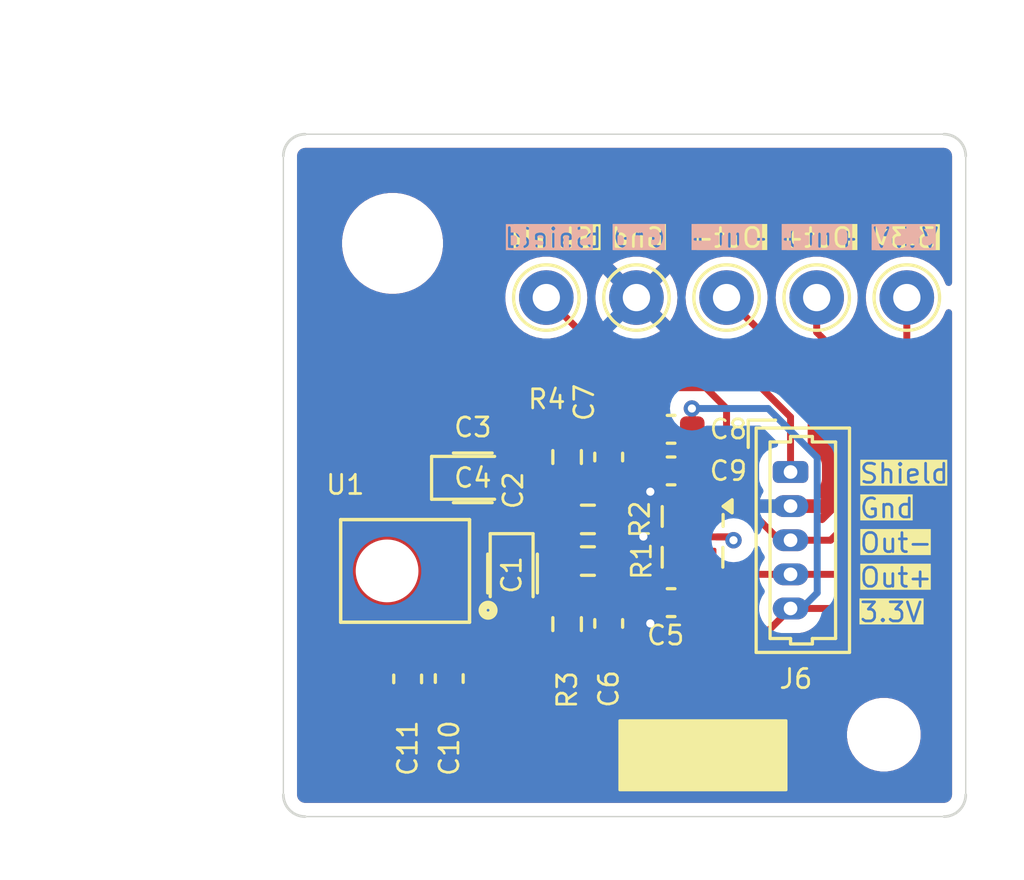
<source format=kicad_pcb>
(kicad_pcb (version 20240108) (generator "pcbnew") (generator_version "8.0")
  (layers (0 "F.Cu" signal) (31 "B.Cu" signal) (34 "B.Paste" user) (35 "F.Paste" user) (36 "B.SilkS" user "B.Silkscreen") (37 "F.SilkS" user "F.Silkscreen") (38 "B.Mask" user) (39 "F.Mask" user) (44 "Edge.Cuts" user))
  (net 0 "")
  (net 1 "Net-(U1-OUTPUT+)")
  (net 2 "Net-(U1-OUTPUT-)")
  (net 3 "Net-(C1-Pad2)")
  (net 4 "Net-(U2A-VIn-)")
  (net 5 "Net-(C3-Pad2)")
  (net 6 "Net-(U2A-Vin+)")
  (net 7 "GND")
  (net 8 "/V_{OCM}")
  (net 9 "Net-(J2-Pin_1)")
  (net 10 "Net-(J3-Pin_1)")
  (net 11 "+3.3VA")
  (net 12 "/Shield")
  (footprint "Resistor_SMD:R_0603_1608Metric" (layer "F.Cu") (at 138.43 95.7834 -90)
    (property "Reference" "R3" (at 2.413 0 90) (layer "F.SilkS") (effects (font (size 0.7 0.7) (thickness 0.1))))
    (property "Value" "1.6k")
    (fp_line (start -0.237258 0.5225) (end 0.237258 0.5225) (stroke (width 0.12)) (layer "F.SilkS"))
    (fp_line (start -0.237258 -0.5225) (end 0.237258 -0.5225) (stroke (width 0.12)) (layer "F.SilkS"))
    (pad "1" smd roundrect (at -0.825 0 270) (size 0.8 0.95) (layers "F.Cu" "F.Paste" "F.Mask") (net 4 "Net-(U2A-VIn-)"))
    (pad "2" smd roundrect (at 0.825 0 270) (size 0.8 0.95) (layers "F.Cu" "F.Paste" "F.Mask") (net 9 "Net-(J2-Pin_1)"))
  )
  (footprint "Resistor_SMD:R_0603_1608Metric" (layer "F.Cu") (at 139.192 91.948)
    (property "Reference" "R2" (at 1.905 0 90) (layer "F.SilkS") (effects (font (size 0.7 0.7) (thickness 0.1))))
    (property "Value" "550R")
    (fp_line (start -0.237258 -0.5225) (end 0.237258 -0.5225) (stroke (width 0.12)) (layer "F.SilkS"))
    (fp_line (start -0.237258 0.5225) (end 0.237258 0.5225) (stroke (width 0.12)) (layer "F.SilkS"))
    (pad "1" smd roundrect (at -0.825 0) (size 0.8 0.95) (layers "F.Cu" "F.Paste" "F.Mask") (net 5 "Net-(C3-Pad2)"))
    (pad "2" smd roundrect (at 0.825 0) (size 0.8 0.95) (layers "F.Cu" "F.Paste" "F.Mask") (net 6 "Net-(U2A-Vin+)"))
  )
  (footprint "Capacitor_SMD:C_0603_1608Metric" (layer "F.Cu") (at 139.954 89.662 90)
    (property "Reference" "C7" (at 2 -0.9 -90) (layer "F.SilkS") (effects (font (size 0.7 0.7) (thickness 0.1))))
    (property "Value" "470pF")
    (fp_line (start -0.140581 -0.51) (end 0.140581 -0.51) (stroke (width 0.12)) (layer "F.SilkS"))
    (fp_line (start -0.140581 0.51) (end 0.140581 0.51) (stroke (width 0.12)) (layer "F.SilkS"))
    (pad "1" smd roundrect (at -0.775 0 90) (size 0.9 0.95) (layers "F.Cu" "F.Paste" "F.Mask") (net 6 "Net-(U2A-Vin+)"))
    (pad "2" smd roundrect (at 0.775 0 90) (size 0.9 0.95) (layers "F.Cu" "F.Paste" "F.Mask") (net 10 "Net-(J3-Pin_1)"))
  )
  (footprint "Capacitor_SMD:C_0603_1608Metric" (layer "F.Cu") (at 139.954 95.758 -90)
    (property "Reference" "C6" (at 2.4 0 90) (layer "F.SilkS") (effects (font (size 0.7 0.7) (thickness 0.1))))
    (property "Value" "470pF")
    (fp_line (start -0.140581 0.51) (end 0.140581 0.51) (stroke (width 0.12)) (layer "F.SilkS"))
    (fp_line (start -0.140581 -0.51) (end 0.140581 -0.51) (stroke (width 0.12)) (layer "F.SilkS"))
    (pad "1" smd roundrect (at -0.775 0 270) (size 0.9 0.95) (layers "F.Cu" "F.Paste" "F.Mask") (net 4 "Net-(U2A-VIn-)"))
    (pad "2" smd roundrect (at 0.775 0 270) (size 0.9 0.95) (layers "F.Cu" "F.Paste" "F.Mask") (net 9 "Net-(J2-Pin_1)"))
  )
  (footprint "Capacitor_SMD:C_0603_1608Metric" (layer "F.Cu") (at 142.24 88.646 180)
    (property "Reference" "C8" (at -2.1 0 180) (layer "F.SilkS") (effects (font (size 0.7 0.7) (thickness 0.1))))
    (property "Value" "1uF")
    (fp_line (start -0.140581 0.51) (end 0.140581 0.51) (stroke (width 0.12)) (layer "F.SilkS"))
    (fp_line (start -0.140581 -0.51) (end 0.140581 -0.51) (stroke (width 0.12)) (layer "F.SilkS"))
    (pad "1" smd roundrect (at -0.775 0 180) (size 0.9 0.95) (layers "F.Cu" "F.Paste" "F.Mask") (net 11 "+3.3VA"))
    (pad "2" smd roundrect (at 0.775 0 180) (size 0.9 0.95) (layers "F.Cu" "F.Paste" "F.Mask") (net 7 "GND"))
  )
  (footprint "Connector_Molex:Molex_PicoBlade_53047-0510_1x05_P1.25mm_Vertical" (layer "F.Cu") (at 146.616 90.21 -90)
    (property "Reference" "J6" (at 7.579999 -0.196 180) (layer "F.SilkS") (effects (font (size 0.7 0.7) (thickness 0.1))))
    (property "Value" "Conn_01x04")
    (fp_line (start -1.899999 1.55) (end -0.900001 1.55) (stroke (width 0.12)) (layer "F.SilkS"))
    (fp_line (start -1.899999 1.55) (end -1.9 0.55) (stroke (width 0.12)) (layer "F.SilkS"))
    (fp_line (start -1.609999 1.26) (end 6.61 1.26) (stroke (width 0.12)) (layer "F.SilkS"))
    (fp_line (start 6.61 1.26) (end 6.61 -2.16) (stroke (width 0.12)) (layer "F.SilkS"))
    (fp_line (start -1.1 0.750001) (end -1.099999 0) (stroke (width 0.12)) (layer "F.SilkS"))
    (fp_line (start 2.5 0.75) (end -1.1 0.750001) (stroke (width 0.12)) (layer "F.SilkS"))
    (fp_line (start 2.5 0.75) (end 6.099999 0.75) (stroke (width 0.12)) (layer "F.SilkS"))
    (fp_line (start 6.099999 0.75) (end 6.099999 0) (stroke (width 0.12)) (layer "F.SilkS"))
    (fp_line (start -1.3 0) (end -1.3 -0.8) (stroke (width 0.12)) (layer "F.SilkS"))
    (fp_line (start -1.099999 0) (end -1.3 0) (stroke (width 0.12)) (layer "F.SilkS"))
    (fp_line (start 6.099999 0) (end 6.3 0) (stroke (width 0.12)) (layer "F.SilkS"))
    (fp_line (start 6.3 0) (end 6.3 -0.8) (stroke (width 0.12)) (layer "F.SilkS"))
    (fp_line (start -1.3 -0.8) (end -1.1 -0.8) (stroke (width 0.12)) (layer "F.SilkS"))
    (fp_line (start -1.1 -0.8) (end -1.1 -1.65) (stroke (width 0.12)) (layer "F.SilkS"))
    (fp_line (start 6.1 -0.8) (end 6.1 -1.65) (stroke (width 0.12)) (layer "F.SilkS"))
    (fp_line (start 6.3 -0.8) (end 6.1 -0.8) (stroke (width 0.12)) (layer "F.SilkS"))
    (fp_line (start -1.1 -1.65) (end 2.5 -1.65) (stroke (width 0.12)) (layer "F.SilkS"))
    (fp_line (start 6.1 -1.65) (end 2.5 -1.65) (stroke (width 0.12)) (layer "F.SilkS"))
    (fp_line (start -1.61 -2.16) (end -1.609999 1.26) (stroke (width 0.12)) (layer "F.SilkS"))
    (fp_line (start 6.61 -2.16) (end -1.61 -2.16) (stroke (width 0.12)) (layer "F.SilkS"))
    (pad "1" thru_hole roundrect (at 0 0 270) (size 0.8 1.3) (drill 0.5) (layers "*.Cu" "*.Mask") (net 12 "/Shield"))
    (pad "2" thru_hole oval (at 1.249999 0 270) (size 0.8 1.3) (drill 0.5) (layers "*.Cu" "*.Mask") (net 7 "GND"))
    (pad "3" thru_hole oval (at 2.5 0 270) (size 0.8 1.3) (drill 0.5) (layers "*.Cu" "*.Mask") (net 10 "Net-(J3-Pin_1)"))
    (pad "4" thru_hole oval (at 3.749999 0 270) (size 0.8 1.3) (drill 0.5) (layers "*.Cu" "*.Mask") (net 9 "Net-(J2-Pin_1)"))
    (pad "5" thru_hole oval (at 5 0 270) (size 0.8 1.3) (drill 0.5) (layers "*.Cu" "*.Mask") (net 11 "+3.3VA"))
  )
  (footprint "Capacitor_SMD:C_0603_1608Metric" (layer "F.Cu") (at 134.112 97.777 -90)
    (property "Reference" "C10" (at 2.553 0 90) (layer "F.SilkS") (effects (font (size 0.7 0.7) (thickness 0.1))))
    (property "Value" "0.1uF")
    (fp_line (start -0.140581 0.51) (end 0.140581 0.51) (stroke (width 0.12)) (layer "F.SilkS"))
    (fp_line (start -0.140581 -0.51) (end 0.140581 -0.51) (stroke (width 0.12)) (layer "F.SilkS"))
    (pad "1" smd roundrect (at -0.775 0 270) (size 0.9 0.95) (layers "F.Cu" "F.Paste" "F.Mask") (net 11 "+3.3VA"))
    (pad "2" smd roundrect (at 0.775 0 270) (size 0.9 0.95) (layers "F.Cu" "F.Paste" "F.Mask") (net 7 "GND"))
  )
  (footprint "TestPoint:TestPoint_THTPad_D2.0mm_Drill1.0mm" (layer "F.Cu") (at 150.876 83.82 90)
    (property "Reference" "J1" (hide yes))
    (property "Value" "Conn_01x01")
    (fp_circle (center 0 0) (end 0 1.2) (stroke (width 0.12)) (fill none) (layer "F.SilkS"))
    (pad "1" thru_hole circle (at 0 0 90) (size 2 2) (drill 1) (layers "*.Cu" "*.Mask") (net 11 "+3.3VA"))
  )
  (footprint "MountingHole:MountingHole_3.2mm_M3" (layer "F.Cu") (at 132.034314 81.834314)
    (property "Reference" "H1" (hide yes))
    (property "Value" "MountingHole")
    (pad "" np_thru_hole circle (at 0 0) (size 3.2 3.2) (drill 3.2) (layers "*.Cu" "*.Mask"))
  )
  (footprint "Capacitor_Tantalum_SMD:CP_EIA-1608-08_AVX-J" (layer "F.Cu") (at 136.398 93.98 -90)
    (property "Reference" "C1" (at 0 0 90) (layer "F.SilkS") (effects (font (size 0.7 0.7) (thickness 0.1))))
    (property "Value" "47uF")
    (fp_line (start -1.51 0.785) (end 0.8 0.785) (stroke (width 0.12)) (layer "F.SilkS"))
    (fp_line (start -1.51 -0.785) (end -1.51 0.785) (stroke (width 0.12)) (layer "F.SilkS"))
    (fp_line (start 0.8 -0.785) (end -1.51 -0.785) (stroke (width 0.12)) (layer "F.SilkS"))
    (pad "1" smd roundrect (at -0.712501 0 270) (size 1.075 1.05) (layers "F.Cu" "F.Paste" "F.Mask") (roundrect_rratio 0.238095) (net 1 "Net-(U1-OUTPUT+)"))
    (pad "2" smd roundrect (at 0.712501 0 270) (size 1.075 1.05) (layers "F.Cu" "F.Paste" "F.Mask") (roundrect_rratio 0.238095) (net 3 "Net-(C1-Pad2)"))
  )
  (footprint "Resistor_SMD:R_0603_1608Metric" (layer "F.Cu") (at 139.192 93.472)
    (property "Reference" "R1" (at 1.969 0 -90) (layer "F.SilkS") (effects (font (size 0.7 0.7) (thickness 0.1))))
    (property "Value" "550R")
    (fp_line (start -0.237258 -0.5225) (end 0.237258 -0.5225) (stroke (width 0.12)) (layer "F.SilkS"))
    (fp_line (start -0.237258 0.5225) (end 0.237258 0.5225) (stroke (width 0.12)) (layer "F.SilkS"))
    (pad "1" smd roundrect (at -0.825 0) (size 0.8 0.95) (layers "F.Cu" "F.Paste" "F.Mask") (net 3 "Net-(C1-Pad2)"))
    (pad "2" smd roundrect (at 0.825 0) (size 0.8 0.95) (layers "F.Cu" "F.Paste" "F.Mask") (net 4 "Net-(U2A-VIn-)"))
  )
  (footprint "Capacitor_SMD:C_0603_1608Metric" (layer "F.Cu") (at 142.24 90.17 180)
    (property "Reference" "C9" (at -2.1 0 180) (layer "F.SilkS") (effects (font (size 0.7 0.7) (thickness 0.1))))
    (property "Value" "0.1uF")
    (fp_line (start -0.140581 0.51) (end 0.140581 0.51) (stroke (width 0.12)) (layer "F.SilkS"))
    (fp_line (start -0.140581 -0.51) (end 0.140581 -0.51) (stroke (width 0.12)) (layer "F.SilkS"))
    (pad "1" smd roundrect (at -0.775 0 180) (size 0.9 0.95) (layers "F.Cu" "F.Paste" "F.Mask") (net 11 "+3.3VA"))
    (pad "2" smd roundrect (at 0.775 0 180) (size 0.9 0.95) (layers "F.Cu" "F.Paste" "F.Mask") (net 7 "GND"))
  )
  (footprint "TestPoint:TestPoint_THTPad_D2.0mm_Drill1.0mm" (layer "F.Cu") (at 144.272 83.82 90)
    (property "Reference" "J3" (hide yes))
    (property "Value" "Conn_01x01")
    (fp_circle (center 0 0) (end 0 1.2) (stroke (width 0.12)) (fill none) (layer "F.SilkS"))
    (pad "1" thru_hole circle (at 0 0 90) (size 2 2) (drill 1) (layers "*.Cu" "*.Mask") (net 10 "Net-(J3-Pin_1)"))
  )
  (footprint "Capacitor_SMD:C_1206_3216Metric" (layer "F.Cu") (at 134.974815 90.424)
    (property "Reference" "C3" (at 0 -1.85 0) (layer "F.SilkS") (effects (font (size 0.7 0.7) (thickness 0.1))))
    (property "Value" "0.1uF")
    (fp_line (start -0.711252 -0.91) (end 0.711252 -0.91) (stroke (width 0.12)) (layer "F.SilkS"))
    (fp_line (start -0.711252 0.91) (end 0.711252 0.91) (stroke (width 0.12)) (layer "F.SilkS"))
    (pad "1" smd roundrect (at -1.475 0) (size 1.15 1.8) (layers "F.Cu" "F.Paste" "F.Mask") (roundrect_rratio 0.217391) (net 2 "Net-(U1-OUTPUT-)"))
    (pad "2" smd roundrect (at 1.475 0) (size 1.15 1.8) (layers "F.Cu" "F.Paste" "F.Mask") (roundrect_rratio 0.217391) (net 5 "Net-(C3-Pad2)"))
  )
  (footprint "Capacitor_SMD:C_0603_1608Metric" (layer "F.Cu") (at 142.24 94.996 180)
    (property "Reference" "C5" (at 0.2 -1.2 0) (layer "F.SilkS") (effects (font (size 0.7 0.7) (thickness 0.1))))
    (property "Value" "0.1uF")
    (fp_line (start -0.140581 0.51) (end 0.140581 0.51) (stroke (width 0.12)) (layer "F.SilkS"))
    (fp_line (start -0.140581 -0.51) (end 0.140581 -0.51) (stroke (width 0.12)) (layer "F.SilkS"))
    (pad "1" smd roundrect (at -0.775 0 180) (size 0.9 0.95) (layers "F.Cu" "F.Paste" "F.Mask") (net 8 "/V_{OCM}"))
    (pad "2" smd roundrect (at 0.775 0 180) (size 0.9 0.95) (layers "F.Cu" "F.Paste" "F.Mask") (net 7 "GND"))
  )
  (footprint "MountingHole:MountingHole_2.2mm_M2" (layer "F.Cu") (at 150.034314 99.834314)
    (property "Reference" "H2" (hide yes))
    (property "Value" "MountingHole")
    (pad "" np_thru_hole circle (at 0 0) (size 2.2 2.2) (drill 2.2) (layers "*.Cu" "*.Mask"))
  )
  (footprint "mic-test-board:MIC_ICS-40730" (layer "F.Cu") (at 131.834314 93.834314 180)
    (property "Reference" "U1" (at 1.532314 3.156314 180) (layer "F.SilkS") (effects (font (size 0.7 0.7) (thickness 0.1))))
    (property "Value" "ICS-40730")
    (fp_line (start 1.7 1.88) (end -3.02 1.88) (stroke (width 0.127)) (layer "F.SilkS"))
    (fp_line (start 1.7 -1.88) (end 1.7 1.88) (stroke (width 0.127)) (layer "F.SilkS"))
    (fp_line (start -3.02 1.88) (end -3.02 -1.88) (stroke (width 0.127)) (layer "F.SilkS"))
    (fp_line (start -3.02 -1.88) (end 1.7 -1.88) (stroke (width 0.127)) (layer "F.SilkS"))
    (fp_circle (center -3.7 -1.44) (end -3.65 -1.44) (stroke (width 0.3)) (fill none) (layer "F.SilkS"))
    (pad "" np_thru_hole circle (at 0 0 270) (size 2 2) (drill 2) (layers "*.Cu" "*.Mask"))
    (pad "1" smd circle (at -2.34 -1.2 180) (size 0.9 0.9) (layers "F.Cu" "F.Paste" "F.Mask") (net 11 "+3.3VA"))
    (pad "2" smd circle (at -2.34 0 180) (size 0.9 0.9) (layers "F.Cu" "F.Paste" "F.Mask") (net 2 "Net-(U1-OUTPUT-)"))
    (pad "3" smd circle (at -2.34 1.2 180) (size 0.9 0.9) (layers "F.Cu" "F.Paste" "F.Mask") (net 1 "Net-(U1-OUTPUT+)"))
    (pad "4" smd custom (at 1.3 0) (size 0.3 0.3) (layers "F.Cu") (net 7 "GND") (options (clearance outline) (anchor rect)) (primitives (gr_poly (pts (xy 0.15 -0.0005) (xy 0.152 -0.06) (xy 0.156 -0.12) (xy 0.164 -0.18) (xy 0.175 -0.239) (xy 0.189 -0.298) (xy 0.206 -0.356) (xy 0.226 -0.412) (xy 0.249 -0.468) (xy 0.275 -0.522) (xy 0.304 -0.575) (xy 0.335 -0.626) (xy 0.37 -0.676) (xy 0.406 -0.724) (xy 0.445 -0.77) (xy 0.487 -0.813) (xy 0.53 -0.855) (xy 0.576 -0.894) (xy 0.624 -0.93) (xy 0.674 -0.965) (xy 0.725 -0.996) (xy 0.778 -1.025) (xy 0.832 -1.051) (xy 0.888 -1.074) (xy 0.944 -1.094) (xy 1.002 -1.111) (xy 1.061 -1.125) (xy 1.12 -1.136) (xy 1.18 -1.144) (xy 1.24 -1.148) (xy 1.3 -1.15) (xy 1.36 -1.148) (xy 1.42 -1.144) (xy 1.48 -1.136) (xy 1.539 -1.125) (xy 1.598 -1.111) (xy 1.655 -1.094) (xy 1.712 -1.074) (xy 1.768 -1.051) (xy 1.822 -1.025) (xy 1.875 -0.996) (xy 1.926 -0.964) (xy 1.976 -0.93) (xy 2.024 -0.894) (xy 2.07 -0.855) (xy 2.113 -0.813) (xy 2.155 -0.77) (xy 2.194 -0.724) (xy 2.23 -0.676) (xy 2.264 -0.626) (xy 2.296 -0.575) (xy 2.325 -0.522) (xy 2.351 -0.468) (xy 2.374 -0.412) (xy 2.394 -0.355) (xy 2.411 -0.298) (xy 2.425 -0.239) (xy 2.436 -0.18) (xy 2.444 -0.12) (xy 2.448 -0.06) (xy 2.45 0) (xy 2.448 0.06) (xy 2.444 0.12) (xy 2.436 0.18) (xy 2.425 0.239) (xy 2.411 0.298) (xy 2.394 0.355) (xy 2.374 0.412) (xy 2.351 0.468) (xy 2.325 0.522) (xy 2.296 0.575) (xy 2.264 0.626) (xy 2.23 0.676) (xy 2.194 0.724) (xy 2.155 0.77) (xy 2.113 0.813) (xy 2.07 0.855) (xy 2.024 0.894) (xy 1.976 0.93) (xy 1.926 0.964) (xy 1.875 0.996) (xy 1.822 1.025) (xy 1.768 1.051) (xy 1.712 1.074) (xy 1.655 1.094) (xy 1.598 1.111) (xy 1.539 1.125) (xy 1.48 1.136) (xy 1.42 1.144) (xy 1.36 1.148) (xy 1.3 1.15) (xy 1.244 1.148) (xy 1.184 1.144) (xy 1.124 1.136) (xy 1.065 1.125) (xy 1.006 1.111) (xy 0.948 1.093) (xy 0.891 1.073) (xy 0.835 1.05) (xy 0.781 1.024) (xy 0.727 0.995) (xy 0.676 0.964) (xy 0.626 0.929) (xy 0.578 0.893) (xy 0.532 0.853) (xy 0.488 0.812) (xy 0.447 0.768) (xy 0.407 0.722) (xy 0.371 0.674) (xy 0.336 0.624) (xy 0.305 0.573) (xy 0.276 0.519) (xy 0.25 0.465) (xy 0.227 0.409) (xy 0.207 0.352) (xy 0.189 0.294) (xy 0.175 0.235) (xy 0.164 0.176) (xy 0.156 0.116) (xy 0.152 0.056) (xy 0.15 0.001) (xy -0.15 0.001) (xy -0.148 0.081) (xy -0.142 0.156) (xy -0.132 0.231) (xy -0.118 0.306) (xy -0.101 0.379) (xy -0.079 0.452) (xy -0.054 0.523) (xy -0.025 0.593) (xy 0.007 0.661) (xy 0.044 0.728) (xy 0.083 0.792) (xy 0.126 0.854) (xy 0.172 0.914) (xy 0.221 0.972) (xy 0.273 1.027) (xy 0.328 1.079) (xy 0.386 1.128) (xy 0.446 1.174) (xy 0.508 1.217) (xy 0.572 1.256) (xy 0.639 1.293) (xy 0.707 1.325) (xy 0.777 1.354) (xy 0.848 1.379) (xy 0.921 1.401) (xy 0.994 1.418) (xy 1.069 1.432) (xy 1.144 1.442) (xy 1.219 1.448) (xy 1.29 1.45) (xy 1.3 1.45) (xy 1.376 1.448) (xy 1.452 1.442) (xy 1.527 1.432) (xy 1.601 1.418) (xy 1.675 1.401) (xy 1.748 1.379) (xy 1.82 1.354) (xy 1.89 1.325) (xy 1.958 1.292) (xy 2.025 1.256) (xy 2.09 1.216) (xy 2.152 1.173) (xy 2.213 1.127) (xy 2.27 1.078) (xy 2.325 1.025) (xy 2.378 0.97) (xy 2.427 0.913) (xy 2.473 0.852) (xy 2.516 0.79) (xy 2.556 0.725) (xy 2.592 0.658) (xy 2.625 0.59) (xy 2.654 0.52) (xy 2.679 0.448) (xy 2.701 0.375) (xy 2.718 0.301) (xy 2.732 0.227) (xy 2.742 0.152) (xy 2.748 0.076) (xy 2.75 0) (xy 2.748 -0.076) (xy 2.742 -0.152) (xy 2.732 -0.227) (xy 2.718 -0.301) (xy 2.701 -0.375) (xy 2.679 -0.448) (xy 2.654 -0.52) (xy 2.625 -0.59) (xy 2.592 -0.658) (xy 2.556 -0.725) (xy 2.516 -0.79) (xy 2.473 -0.852) (xy 2.427 -0.913) (xy 2.378 -0.97) (xy 2.325 -1.025) (xy 2.27 -1.078) (xy 2.213 -1.127) (xy 2.152 -1.173) (xy 2.09 -1.216) (xy 2.025 -1.256) (xy 1.958 -1.292) (xy 1.89 -1.325) (xy 1.82 -1.354) (xy 1.748 -1.379) (xy 1.675 -1.401) (xy 1.601 -1.418) (xy 1.527 -1.432) (xy 1.452 -1.442) (xy 1.376 -1.448) (xy 1.3 -1.45) (xy 1.224 -1.448) (xy 1.148 -1.442) (xy 1.073 -1.432) (xy 0.998 -1.418) (xy 0.925 -1.401) (xy 0.852 -1.379) (xy 0.78 -1.354) (xy 0.71 -1.325) (xy 0.642 -1.292) (xy 0.575 -1.256) (xy 0.51 -1.216) (xy 0.448 -1.173) (xy 0.387 -1.127) (xy 0.33 -1.078) (xy 0.275 -1.025) (xy 0.222 -0.97) (xy 0.173 -0.913) (xy 0.127 -0.852) (xy 0.084 -0.79) (xy 0.044 -0.725) (xy 0.008 -0.658) (xy -0.025 -0.59) (xy -0.054 -0.52) (xy -0.079 -0.448) (xy -0.101 -0.375) (xy -0.118 -0.302) (xy -0.132 -0.227) (xy -0.142 -0.152) (xy -0.148 -0.076) (xy -0.15 -0.001) (xy 0.15 -0.001) (xy 0.15 -0.0005)) (width 0.001) (fill yes))))
  )
  (footprint "Capacitor_SMD:C_1206_3216Metric" (layer "F.Cu") (at 136.430685 93.929185 -90)
    (property "Reference" "C2" (at -3.043686 -0.023315 90) (layer "F.SilkS") (effects (font (size 0.7 0.7) (thickness 0.1))))
    (property "Value" "0.1uF")
    (fp_line (start -0.711252 0.91) (end 0.711252 0.91) (stroke (width 0.12)) (layer "F.SilkS"))
    (fp_line (start -0.711252 -0.91) (end 0.711252 -0.91) (stroke (width 0.12)) (layer "F.SilkS"))
    (pad "1" smd roundrect (at -1.475001 0 270) (size 1.15 1.8) (layers "F.Cu" "F.Paste" "F.Mask") (roundrect_rratio 0.217391) (net 1 "Net-(U1-OUTPUT+)"))
    (pad "2" smd roundrect (at 1.475001 0 270) (size 1.15 1.8) (layers "F.Cu" "F.Paste" "F.Mask") (roundrect_rratio 0.217391) (net 3 "Net-(C1-Pad2)"))
  )
  (footprint "Capacitor_Tantalum_SMD:CP_EIA-1608-08_AVX-J" (layer "F.Cu") (at 134.974815 90.424)
    (property "Reference" "C4" (at 0 0 0) (layer "F.SilkS") (effects (font (size 0.7 0.7) (thickness 0.1))))
    (property "Value" "47uF")
    (fp_line (start -1.51 -0.785) (end -1.51 0.785) (stroke (width 0.12)) (layer "F.SilkS"))
    (fp_line (start -1.51 0.785) (end 0.8 0.785) (stroke (width 0.12)) (layer "F.SilkS"))
    (fp_line (start 0.8 -0.785) (end -1.51 -0.785) (stroke (width 0.12)) (layer "F.SilkS"))
    (pad "1" smd roundrect (at -0.712501 0) (size 1.075 1.05) (layers "F.Cu" "F.Paste" "F.Mask") (roundrect_rratio 0.238095) (net 2 "Net-(U1-OUTPUT-)"))
    (pad "2" smd roundrect (at 0.712501 0) (size 1.075 1.05) (layers "F.Cu" "F.Paste" "F.Mask") (roundrect_rratio 0.238095) (net 5 "Net-(C3-Pad2)"))
  )
  (footprint "Resistor_SMD:R_0603_1608Metric" (layer "F.Cu") (at 138.43 89.662 90)
    (property "Reference" "R4" (at 2.118 -0.744 0) (layer "F.SilkS") (effects (font (size 0.7 0.7) (thickness 0.1))))
    (property "Value" "1.6k")
    (fp_line (start -0.237258 -0.5225) (end 0.237258 -0.5225) (stroke (width 0.12)) (layer "F.SilkS"))
    (fp_line (start -0.237258 0.5225) (end 0.237258 0.5225) (stroke (width 0.12)) (layer "F.SilkS"))
    (pad "1" smd roundrect (at -0.825 0 90) (size 0.8 0.95) (layers "F.Cu" "F.Paste" "F.Mask") (net 6 "Net-(U2A-Vin+)"))
    (pad "2" smd roundrect (at 0.825 0 90) (size 0.8 0.95) (layers "F.Cu" "F.Paste" "F.Mask") (net 10 "Net-(J3-Pin_1)"))
  )
  (footprint "Capacitor_SMD:C_0603_1608Metric" (layer "F.Cu") (at 132.588 97.79 -90)
    (property "Reference" "C11" (at 2.54 0 90) (layer "F.SilkS") (effects (font (size 0.7 0.7) (thickness 0.1))))
    (property "Value" "1uF")
    (fp_line (start -0.140581 0.51) (end 0.140581 0.51) (stroke (width 0.12)) (layer "F.SilkS"))
    (fp_line (start -0.140581 -0.51) (end 0.140581 -0.51) (stroke (width 0.12)) (layer "F.SilkS"))
    (pad "1" smd roundrect (at -0.775 0 270) (size 0.9 0.95) (layers "F.Cu" "F.Paste" "F.Mask") (net 11 "+3.3VA"))
    (pad "2" smd roundrect (at 0.775 0 270) (size 0.9 0.95) (layers "F.Cu" "F.Paste" "F.Mask") (net 7 "GND"))
  )
  (footprint "TestPoint:TestPoint_THTPad_D2.0mm_Drill1.0mm" (layer "F.Cu") (at 140.97 83.82 90)
    (property "Reference" "J4" (hide yes))
    (property "Value" "Conn_01x01")
    (fp_circle (center 0 0) (end 0 1.2) (stroke (width 0.12)) (fill none) (layer "F.SilkS"))
    (pad "1" thru_hole circle (at 0 0 90) (size 2 2) (drill 1) (layers "*.Cu" "*.Mask") (net 7 "GND"))
  )
  (footprint "TestPoint:TestPoint_THTPad_D2.0mm_Drill1.0mm" (layer "F.Cu") (at 147.574 83.82 90)
    (property "Reference" "J2" (hide yes))
    (property "Value" "Conn_01x01")
    (fp_circle (center 0 0) (end 0 1.2) (stroke (width 0.12)) (fill none) (layer "F.SilkS"))
    (pad "1" thru_hole circle (at 0 0 90) (size 2 2) (drill 1) (layers "*.Cu" "*.Mask") (net 9 "Net-(J2-Pin_1)"))
  )
  (footprint "Package_DFN_QFN:Texas_RUN0010A_WQFN-10_2x2mm_P0.5mm" (layer "F.Cu") (at 143.025315 92.587314 -90)
    (property "Reference" "U2" (hide yes))
    (property "Value" "THS4531AIRUNR")
    (fp_line (start -0.385001 1.11) (end -1.11 1.11) (stroke (width 0.12)) (layer "F.SilkS"))
    (fp_line (start 0.385001 1.11) (end 1.11 1.11) (stroke (width 0.12)) (layer "F.SilkS"))
    (fp_line (start 0.385001 -1.11) (end 1.11 -1.11) (stroke (width 0.12)) (layer "F.SilkS"))
    (fp_line (start -0.385001 -1.12) (end -0.82 -1.12) (stroke (width 0.12)) (layer "F.SilkS"))
    (fp_poly (pts (xy -1.12 -1.12) (xy -1.36 -1.45) (xy -0.88 -1.45) (xy -1.12 -1.12)) (stroke (width 0.12)) (fill solid) (layer "F.SilkS"))
    (pad "1" smd roundrect (at -0.8875 -0.75 270) (size 0.975 0.25) (layers "F.Cu" "F.Paste" "F.Mask") (net 10 "Net-(J3-Pin_1)"))
    (pad "2" smd roundrect (at -0.8875 -0.25 270) (size 0.975 0.25) (layers "F.Cu" "F.Paste" "F.Mask"))
    (pad "3" smd roundrect (at -0.8875 0.25 270) (size 0.975 0.25) (layers "F.Cu" "F.Paste" "F.Mask") (net 11 "+3.3VA"))
    (pad "4" smd roundrect (at -0.8875 0.75 270) (size 0.975 0.25) (layers "F.Cu" "F.Paste" "F.Mask") (net 6 "Net-(U2A-Vin+)"))
    (pad "5" smd roundrect (at 0 0.8875 270) (size 0.25 0.975) (layers "F.Cu" "F.Paste" "F.Mask") (net 7 "GND"))
    (pad "6" smd roundrect (at 0.8875 0.75 270) (size 0.975 0.25) (layers "F.Cu" "F.Paste" "F.Mask") (net 4 "Net-(U2A-VIn-)"))
    (pad "7" smd roundrect (at 0.8875 0.25 270) (size 0.975 0.25) (layers "F.Cu" "F.Paste" "F.Mask") (net 8 "/V_{OCM}"))
    (pad "8" smd roundrect (at 0.8875 -0.25 270) (size 0.975 0.25) (layers "F.Cu" "F.Paste" "F.Mask"))
    (pad "9" smd roundrect (at 0.8875 -0.75 270) (size 0.975 0.25) (layers "F.Cu" "F.Paste" "F.Mask") (net 9 "Net-(J2-Pin_1)"))
    (pad "10" smd roundrect (at 0 -0.8875 270) (size 0.25 0.975) (layers "F.Cu" "F.Paste" "F.Mask") (net 11 "+3.3VA"))
  )
  (footprint "TestPoint:TestPoint_THTPad_D2.0mm_Drill1.0mm" (layer "F.Cu") (at 137.668 83.82 90)
    (property "Reference" "J5" (hide yes))
    (property "Value" "Conn_01x01")
    (fp_circle (center 0 0) (end 0 1.2) (stroke (width 0.12)) (fill none) (layer "F.SilkS"))
    (pad "1" thru_hole circle (at 0 0 90) (size 2 2) (drill 1) (layers "*.Cu" "*.Mask") (net 12 "/Shield"))
  )
  (gr_rect (start 140.358314 99.318314) (end 146.454314 101.858314) (stroke (width 0.1)) (fill solid) (layer "F.SilkS"))
  (gr_line (start 152.234315 77.834313) (end 128.834314 77.834314) (stroke (width 0.05)) (layer "Edge.Cuts"))
  (gr_line (start 128.034314 78.634314) (end 128.034313 102.034315) (stroke (width 0.05)) (layer "Edge.Cuts"))
  (gr_arc (start 152.234315 77.834313) (mid 152.8 78.068628) (end 153.034315 78.634313) (stroke (width 0.1)) (layer "Edge.Cuts"))
  (gr_arc (start 153.034315 102.034315) (mid 152.8 102.6) (end 152.234315 102.834315) (stroke (width 0.1)) (layer "Edge.Cuts"))
  (gr_line (start 153.034315 102.034315) (end 153.034315 78.634313) (stroke (width 0.05)) (layer "Edge.Cuts"))
  (gr_line (start 128.834313 102.834315) (end 152.234315 102.834315) (stroke (width 0.05)) (layer "Edge.Cuts"))
  (gr_arc (start 128.834313 102.834315) (mid 128.268628 102.6) (end 128.034313 102.034315) (stroke (width 0.1)) (layer "Edge.Cuts"))
  (gr_arc (start 128.034314 78.634314) (mid 128.268629 78.068629) (end 128.834314 77.834314) (stroke (width 0.1)) (layer "Edge.Cuts"))
  (gr_text "Out+" (at 148.947686 82.042 -0) (layer "B.SilkS" knockout) (effects (font (size 0.7 0.7) (thickness 0.1)) (justify left bottom mirror)))
  (gr_text "Out-" (at 145.645686 82.042 -0) (layer "B.SilkS" knockout) (effects (font (size 0.7 0.7) (thickness 0.1)) (justify left bottom mirror)))
  (gr_text "3.3V" (at 151.979686 82.046314 -0) (layer "B.SilkS" knockout) (effects (font (size 0.7 0.7) (thickness 0.1)) (justify left bottom mirror)))
  (gr_text "Shield" (at 139.446 82.046314 -0) (layer "B.SilkS" knockout) (effects (font (size 0.7 0.7) (thickness 0.1)) (justify left bottom mirror)))
  (gr_text "Gnd" (at 142.089686 82.042 -0) (layer "B.SilkS" knockout) (effects (font (size 0.7 0.7) (thickness 0.1)) (justify left bottom mirror)))
  (gr_text "Out+" (at 146.407686 82.042 0) (layer "F.SilkS" knockout) (effects (font (size 0.7 0.7) (thickness 0.1)) (justify left bottom)))
  (gr_text "Gnd" (at 149.098 91.948 0) (layer "F.SilkS" knockout) (effects (font (size 0.7 0.7) (thickness 0.1)) (justify left bottom)))
  (gr_text "Shield" (at 136.398 82.046314 0) (layer "F.SilkS" knockout) (effects (font (size 0.7 0.7) (thickness 0.1)) (justify left bottom)))
  (gr_text "Out+" (at 149.098 94.488 0) (layer "F.SilkS" knockout) (effects (font (size 0.7 0.7) (thickness 0.1)) (justify left bottom)))
  (gr_text "Gnd" (at 140.057686 82.042 0) (layer "F.SilkS" knockout) (effects (font (size 0.7 0.7) (thickness 0.1)) (justify left bottom)))
  (gr_text "Out-" (at 149.098 93.218 0) (layer "F.SilkS" knockout) (effects (font (size 0.7 0.7) (thickness 0.1)) (justify left bottom)))
  (gr_text "3.3V" (at 149.098 95.758 0) (layer "F.SilkS" knockout) (effects (font (size 0.7 0.7) (thickness 0.1)) (justify left bottom)))
  (gr_text "Out-" (at 143.105686 82.042 0) (layer "F.SilkS" knockout) (effects (font (size 0.7 0.7) (thickness 0.1)) (justify left bottom)))
  (gr_text "Shield" (at 149.098 90.678 0) (layer "F.SilkS" knockout) (effects (font (size 0.7 0.7) (thickness 0.1)) (justify left bottom)))
  (gr_text "3.3V" (at 149.693686 82.046314 0) (layer "F.SilkS" knockout) (effects (font (size 0.7 0.7) (thickness 0.1)) (justify left bottom)))
  (segment (start 134.174314 92.634314) (end 136.250555 92.634314) (width 0.1524) (layer "F.Cu") (net 1))
  (segment (start 136.430685 92.454184) (end 136.430685 93.234814) (width 0.1524) (layer "F.Cu") (net 1))
  (segment (start 136.430685 93.234814) (end 136.398 93.267499) (width 0.1524) (layer "F.Cu") (net 1))
  (segment (start 136.250555 92.634314) (end 136.430685 92.454184) (width 0.1524) (layer "F.Cu") (net 1))
  (segment (start 133.499815 90.424) (end 134.262314 90.424) (width 0.1524) (layer "F.Cu") (net 2))
  (segment (start 133.35 90.573815) (end 133.499815 90.424) (width 0.1524) (layer "F.Cu") (net 2))
  (segment (start 134.174314 93.788314) (end 133.35 92.964) (width 0.1524) (layer "F.Cu") (net 2))
  (segment (start 133.35 92.964) (end 133.35 90.573815) (width 0.1524) (layer "F.Cu") (net 2))
  (segment (start 134.174314 93.834314) (end 134.174314 93.788314) (width 0.1524) (layer "F.Cu") (net 2))
  (segment (start 136.398 94.692501) (end 137.146499 94.692501) (width 0.1524) (layer "F.Cu") (net 3))
  (segment (start 136.430685 94.725186) (end 136.398 94.692501) (width 0.1524) (layer "F.Cu") (net 3))
  (segment (start 136.430685 95.404186) (end 136.430685 94.725186) (width 0.1524) (layer "F.Cu") (net 3))
  (segment (start 137.146499 94.692501) (end 138.367 93.472) (width 0.1524) (layer "F.Cu") (net 3))
  (segment (start 138.43 94.9584) (end 139.9294 94.9584) (width 0.254) (layer "F.Cu") (net 4))
  (segment (start 139.954 94.983) (end 139.954 93.535) (width 0.254) (layer "F.Cu") (net 4))
  (segment (start 139.9294 94.9584) (end 139.954 94.983) (width 0.254) (layer "F.Cu") (net 4))
  (segment (start 139.954 93.535) (end 140.017 93.472) (width 0.254) (layer "F.Cu") (net 4))
  (segment (start 140.017 93.472) (end 142.272501 93.472) (width 0.254) (layer "F.Cu") (net 4))
  (segment (start 142.272501 93.472) (end 142.275315 93.474814) (width 0.254) (layer "F.Cu") (net 4))
  (segment (start 136.449815 90.424) (end 137.973815 91.948) (width 0.254) (layer "F.Cu") (net 5))
  (segment (start 135.687316 90.424) (end 136.449815 90.424) (width 0.1524) (layer "F.Cu") (net 5))
  (segment (start 137.973815 91.948) (end 138.367 91.948) (width 0.254) (layer "F.Cu") (net 5))
  (segment (start 142.027129 91.948) (end 142.275315 91.699814) (width 0.254) (layer "F.Cu") (net 6))
  (segment (start 139.904 90.487) (end 139.954 90.437) (width 0.254) (layer "F.Cu") (net 6))
  (segment (start 138.43 90.487) (end 139.904 90.487) (width 0.254) (layer "F.Cu") (net 6))
  (segment (start 140.017 91.948) (end 142.027129 91.948) (width 0.254) (layer "F.Cu") (net 6))
  (segment (start 139.954 91.885) (end 140.017 91.948) (width 0.254) (layer "F.Cu") (net 6))
  (segment (start 139.954 90.437) (end 139.954 91.885) (width 0.254) (layer "F.Cu") (net 6))
  (segment (start 141.465 88.646) (end 141.465 90.17) (width 0.254) (layer "F.Cu") (net 7))
  (segment (start 141.465 90.919) (end 141.478 90.932) (width 0.254) (layer "F.Cu") (net 7))
  (segment (start 141.465 94.996) (end 141.465 95.745) (width 0.254) (layer "F.Cu") (net 7))
  (segment (start 141.465 90.17) (end 141.465 90.919) (width 0.254) (layer "F.Cu") (net 7))
  (segment (start 141.465 95.745) (end 141.478 95.758) (width 0.254) (layer "F.Cu") (net 7))
  (segment (start 141.236314 92.587314) (end 141.224 92.575) (width 0.254) (layer "F.Cu") (net 7))
  (segment (start 142.137815 92.587314) (end 141.236314 92.587314) (width 0.254) (layer "F.Cu") (net 7))
  (via (at 141.224 92.575) (size 0.6) (drill 0.3) (layers "F.Cu" "B.Cu") (net 7))
  (via (at 141.478 95.758) (size 0.6) (drill 0.3) (layers "F.Cu" "B.Cu") (net 7))
  (via (at 141.478 90.932) (size 0.6) (drill 0.3) (layers "F.Cu" "B.Cu") (net 7))
  (segment (start 143.015 94.996) (end 142.775315 94.756315) (width 0.254) (layer "F.Cu") (net 8))
  (segment (start 142.775315 94.756315) (end 142.775315 93.474814) (width 0.254) (layer "F.Cu") (net 8))
  (segment (start 142.73988 96.533) (end 143.792 95.48088) (width 0.254) (layer "F.Cu") (net 9))
  (segment (start 139.954 96.533) (end 142.73988 96.533) (width 0.254) (layer "F.Cu") (net 9))
  (segment (start 149.86 92.456) (end 148.356001 93.959999) (width 0.254) (layer "F.Cu") (net 9))
  (segment (start 139.8786 96.6084) (end 139.954 96.533) (width 0.254) (layer "F.Cu") (net 9))
  (segment (start 138.43 96.6084) (end 139.8786 96.6084) (width 0.254) (layer "F.Cu") (net 9))
  (segment (start 148.356001 93.959999) (end 146.616 93.959999) (width 0.254) (layer "F.Cu") (net 9))
  (segment (start 147.574 83.82) (end 147.574 85.09) (width 0.254) (layer "F.Cu") (net 9))
  (segment (start 143.775315 93.474814) (end 144.2605 93.959999) (width 0.254) (layer "F.Cu") (net 9))
  (segment (start 144.2605 93.959999) (end 146.616 93.959999) (width 0.254) (layer "F.Cu") (net 9))
  (segment (start 147.574 85.09) (end 149.86 87.376) (width 0.254) (layer "F.Cu") (net 9))
  (segment (start 143.792 93.491499) (end 143.775315 93.474814) (width 0.254) (layer "F.Cu") (net 9))
  (segment (start 149.86 87.376) (end 149.86 92.456) (width 0.254) (layer "F.Cu") (net 9))
  (segment (start 143.792 95.48088) (end 143.792 93.491499) (width 0.254) (layer "F.Cu") (net 9))
  (segment (start 144.272 91.203129) (end 143.775315 91.699814) (width 0.254) (layer "F.Cu") (net 10))
  (segment (start 138.43 88.837) (end 139.904 88.837) (width 0.254) (layer "F.Cu") (net 10))
  (segment (start 139.954 88.887) (end 139.954 88.2585) (width 0.254) (layer "F.Cu") (net 10))
  (segment (start 143.775315 91.699814) (end 143.899564 91.575564) (width 0.254) (layer "F.Cu") (net 10))
  (segment (start 149.098 88.646) (end 149.098 91.694) (width 0.254) (layer "F.Cu") (net 10))
  (segment (start 146.212 92.71) (end 146.616 92.71) (width 0.254) (layer "F.Cu") (net 10))
  (segment (start 139.904 88.837) (end 139.954 88.887) (width 0.254) (layer "F.Cu") (net 10))
  (segment (start 143.51 87.122) (end 144.272 87.884) (width 0.254) (layer "F.Cu") (net 10))
  (segment (start 139.954 88.2585) (end 141.0905 87.122) (width 0.254) (layer "F.Cu") (net 10))
  (segment (start 141.0905 87.122) (end 143.51 87.122) (width 0.254) (layer "F.Cu") (net 10))
  (segment (start 144.272 83.82) (end 149.098 88.646) (width 0.254) (layer "F.Cu") (net 10))
  (segment (start 144.272 87.884) (end 144.272 91.203129) (width 0.254) (layer "F.Cu") (net 10))
  (segment (start 145.077564 91.575564) (end 146.212 92.71) (width 0.254) (layer "F.Cu") (net 10))
  (segment (start 148.082 92.71) (end 146.616 92.71) (width 0.254) (layer "F.Cu") (net 10))
  (segment (start 143.899564 91.575564) (end 145.077564 91.575564) (width 0.254) (layer "F.Cu") (net 10))
  (segment (start 149.098 91.694) (end 148.082 92.71) (width 0.254) (layer "F.Cu") (net 10))
  (segment (start 150.876 83.82) (end 150.876 93.98) (width 0.254) (layer "F.Cu") (net 11))
  (segment (start 143.015 90.17) (end 142.775315 90.409685) (width 0.254) (layer "F.Cu") (net 11))
  (segment (start 132.601 97.002) (end 132.588 97.015) (width 0.3048) (layer "F.Cu") (net 11))
  (segment (start 146.616 95.21) (end 144.4906 97.3354) (width 0.254) (layer "F.Cu") (net 11))
  (segment (start 134.174314 96.939686) (end 134.112 97.002) (width 0.3048) (layer "F.Cu") (net 11))
  (segment (start 134.174314 95.034314) (end 134.174314 96.939686) (width 0.3048) (layer "F.Cu") (net 11))
  (segment (start 142.775315 90.409685) (end 142.775315 91.699814) (width 0.254) (layer "F.Cu") (net 11))
  (segment (start 143.175316 92.587314) (end 143.912815 92.587314) (width 0.1524) (layer "F.Cu") (net 11))
  (segment (start 144.4906 97.3354) (end 134.4454 97.3354) (width 0.254) (layer "F.Cu") (net 11))
  (segment (start 134.112 97.002) (end 132.601 97.002) (width 0.3048) (layer "F.Cu") (net 11))
  (segment (start 144.403314 92.587314) (end 144.526 92.71) (width 0.254) (layer "F.Cu") (net 11))
  (segment (start 143.015 88.646) (end 143.015 90.17) (width 0.254) (layer "F.Cu") (net 11))
  (segment (start 142.775315 92.187313) (end 143.175316 92.587314) (width 0.1524) (layer "F.Cu") (net 11))
  (segment (start 142.775315 91.699814) (end 142.775315 92.187313) (width 0.1524) (layer "F.Cu") (net 11))
  (segment (start 143.015 87.897) (end 143.002 87.884) (width 0.254) (layer "F.Cu") (net 11))
  (segment (start 149.646 95.21) (end 146.616 95.21) (width 0.254) (layer "F.Cu") (net 11))
  (segment (start 143.015 88.646) (end 143.015 87.897) (width 0.254) (layer "F.Cu") (net 11))
  (segment (start 134.4454 97.3354) (end 134.112 97.002) (width 0.254) (layer "F.Cu") (net 11))
  (segment (start 143.912815 92.587314) (end 144.403314 92.587314) (width 0.254) (layer "F.Cu") (net 11))
  (segment (start 150.876 93.98) (end 149.646 95.21) (width 0.254) (layer "F.Cu") (net 11))
  (via (at 143.002 87.884) (size 0.6) (drill 0.3) (layers "F.Cu" "B.Cu") (net 11))
  (via (at 144.526 92.71) (size 0.6) (drill 0.3) (layers "F.Cu" "B.Cu") (net 11))
  (segment (start 146.616 95.21) (end 147.02 95.21) (width 0.254) (layer "B.Cu") (net 11))
  (segment (start 147.593 94.637) (end 147.593 89.681) (width 0.254) (layer "B.Cu") (net 11))
  (segment (start 147.593 89.681) (end 145.796 87.884) (width 0.254) (layer "B.Cu") (net 11))
  (segment (start 147.02 95.21) (end 147.593 94.637) (width 0.254) (layer "B.Cu") (net 11))
  (segment (start 145.796 87.884) (end 143.002 87.884) (width 0.254) (layer "B.Cu") (net 11))
  (segment (start 139.954 86.106) (end 137.668 83.82) (width 0.254) (layer "F.Cu") (net 12))
  (segment (start 144.526 86.106) (end 139.954 86.106) (width 0.254) (layer "F.Cu") (net 12))
  (segment (start 146.616 90.21) (end 146.616 88.196) (width 0.254) (layer "F.Cu") (net 12))
  (segment (start 146.616 88.196) (end 144.526 86.106) (width 0.254) (layer "F.Cu") (net 12))
  (zone (net 7) (net_name "GND") (layers "F&B.Cu") (connect_pads (clearance 0.5)) (min_thickness 0.25) (fill yes (thermal_gap 0.5) (thermal_bridge_width 0.5))
    (polygon (pts (xy 127 76.708) (xy 153.924 76.708) (xy 153.924 104.394) (xy 126.746 105.156)))
  )
)
</source>
